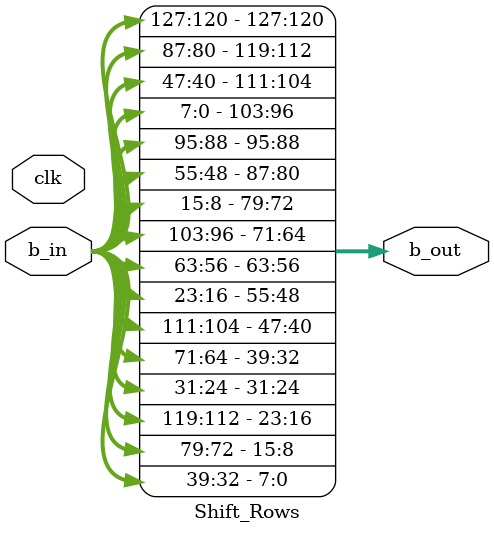
<source format=v>
`timescale 1ns / 1ps
module Shift_Rows(clk,b_in,b_out);
	input clk;
	input [127:0] b_in;
	output  [127:0] b_out;

    	 assign b_out[127:120]=b_in[127:120];
	 assign b_out[119:112]=b_in[87:80];
	 assign b_out[111:104]=b_in[47:40];
	 assign b_out[103:96]=b_in[7:0];
	 
	 assign b_out[95:88]=b_in[95:88];	 
	 assign b_out[87:80]=b_in[55:48];	 
	 assign b_out[79:72]=b_in[15:8];	 
	 assign b_out[71:64]=b_in[103:96];
	 
	 assign b_out[63:56]=b_in[63:56];	 
	 assign b_out[55:48]=b_in[23:16];	 
	 assign b_out[47:40]=b_in[111:104];	 
	 assign b_out[39:32]=b_in[71:64];
	 
	 assign b_out[31:24]=b_in[31:24];	 
	 assign b_out[23:16]=b_in[119:112];	 
	 assign b_out[15:8]=b_in[79:72];	 
	 assign b_out[7:0]=b_in[39:32];
	 
endmodule

</source>
